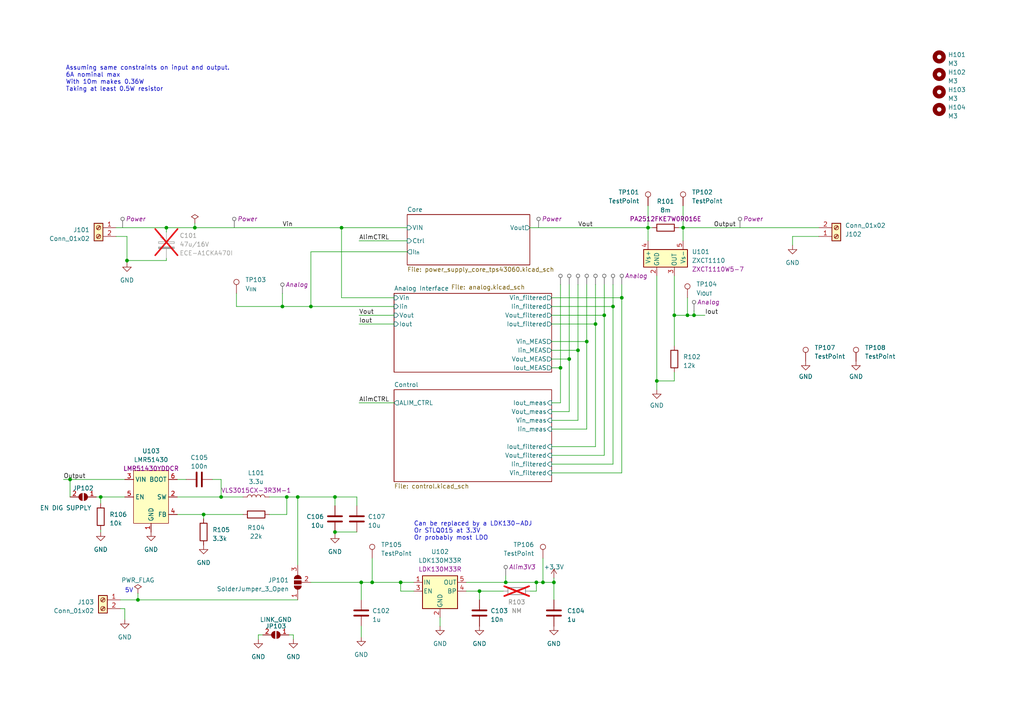
<source format=kicad_sch>
(kicad_sch (version 20230221) (generator eeschema)
  (paper "A4")
  (title_block (title "MPPT PSU - Top") (date "2023-04-05") (rev "Rev. 1.0") (company "Julien FAUCHER") (comment 1 "Defis solaires 2023"))
  (lib_symbols
    (symbol "Amplifier_Current:ZXCT1110" (pin_names (offset 0.254))
      (property "Reference" "U" (at 7.62 1.27 0))
      (property "Value" "ZXCT1110" (at 7.62 -1.27 0))
      (symbol "ZXCT1110_0_1"
        (rectangle (start -6.35 2.54) (end 6.35 -2.54) (stroke (width 0.254)) (fill (type background)))
      )
      (symbol "ZXCT1110_1_1"
        (pin no_connect line (at 0 2.54 270) (length 2.54) hide (name "NC") (number "1"))
        (pin power_in line (at -2.54 -5.08 90) (length 2.54) (name "GND") (number "2"))
        (pin output line (at 2.54 -5.08 90) (length 2.54) (name "OUT") (number "3"))
        (pin input line (at -5.08 5.08 270) (length 2.54) (name "Vs+") (number "4"))
        (pin input line (at 5.08 5.08 270) (length 2.54) (name "Vs-") (number "5"))
      )
    )
    (symbol "Connector:Screw_Terminal_01x02" (pin_names (offset 1.016) hide)
      (property "Reference" "J" (at 0 2.54 0))
      (property "Value" "Screw_Terminal_01x02" (at 0 -5.08 0))
      (symbol "Screw_Terminal_01x02_1_1"
        (rectangle (start -1.27 1.27) (end 1.27 -3.81) (stroke (width 0.254)) (fill (type background)))
        (circle (center 0 -2.54) (radius 0.635) (stroke (width 0.1524)))
        (polyline (pts (xy -0.5334 -2.2098) (xy 0.3302 -3.048)) (stroke (width 0.1524)))
        (polyline (pts (xy -0.5334 0.3302) (xy 0.3302 -0.508)) (stroke (width 0.1524)))
        (polyline (pts (xy -0.3556 -2.032) (xy 0.508 -2.8702)) (stroke (width 0.1524)))
        (polyline (pts (xy -0.3556 0.508) (xy 0.508 -0.3302)) (stroke (width 0.1524)))
        (circle (center 0 0) (radius 0.635) (stroke (width 0.1524)))
        (pin passive line (at -5.08 0 0) (length 3.81) (name "Pin_1") (number "1"))
        (pin passive line (at -5.08 -2.54 0) (length 3.81) (name "Pin_2") (number "2"))
      )
    )
    (symbol "Connector:TestPoint" (pin_numbers hide) (pin_names (offset 0.762) hide)
      (property "Reference" "TP" (at 0 6.858 0))
      (property "Value" "TestPoint" (at 0 5.08 0))
      (symbol "TestPoint_0_1"
        (circle (center 0 3.302) (radius 0.762))
      )
      (symbol "TestPoint_1_1"
        (pin passive line (at 0 0 90) (length 2.54) (name "1") (number "1"))
      )
    )
    (symbol "Device:C" (pin_numbers hide) (pin_names (offset 0.254))
      (property "Reference" "C" (at 0.635 2.54 0))
      (property "Value" "C" (at 0.635 -2.54 0))
      (symbol "C_0_1"
        (polyline (pts (xy -2.032 -0.762) (xy 2.032 -0.762)) (stroke (width 0.508)))
        (polyline (pts (xy -2.032 0.762) (xy 2.032 0.762)) (stroke (width 0.508)))
      )
      (symbol "C_1_1"
        (pin passive line (at 0 3.81 270) (length 2.794) (name "~") (number "1"))
        (pin passive line (at 0 -3.81 90) (length 2.794) (name "~") (number "2"))
      )
    )
    (symbol "Device:C_Polarized" (pin_numbers hide) (pin_names (offset 0.254))
      (property "Reference" "C" (at 0.635 2.54 0))
      (property "Value" "C_Polarized" (at 0.635 -2.54 0))
      (symbol "C_Polarized_0_1"
        (rectangle (start -2.286 0.508) (end 2.286 1.016))
        (polyline (pts (xy -1.778 2.286) (xy -0.762 2.286)))
        (polyline (pts (xy -1.27 2.794) (xy -1.27 1.778)))
        (rectangle (start 2.286 -0.508) (end -2.286 -1.016) (fill (type outline)))
      )
      (symbol "C_Polarized_1_1"
        (pin passive line (at 0 3.81 270) (length 2.794) (name "~") (number "1"))
        (pin passive line (at 0 -3.81 90) (length 2.794) (name "~") (number "2"))
      )
    )
    (symbol "Device:L" (pin_numbers hide) (pin_names (offset 1.016) hide)
      (property "Reference" "L" (at -1.27 0 90))
      (property "Value" "L" (at 1.905 0 90))
      (symbol "L_0_1"
        (arc (start 0 -2.54) (mid 0.6323 -1.905) (end 0 -1.27))
        (arc (start 0 -1.27) (mid 0.6323 -0.635) (end 0 0))
        (arc (start 0 0) (mid 0.6323 0.635) (end 0 1.27))
        (arc (start 0 1.27) (mid 0.6323 1.905) (end 0 2.54))
      )
      (symbol "L_1_1"
        (pin passive line (at 0 3.81 270) (length 1.27) (name "1") (number "1"))
        (pin passive line (at 0 -3.81 90) (length 1.27) (name "2") (number "2"))
      )
    )
    (symbol "Device:R" (pin_numbers hide) (pin_names (offset 0))
      (property "Reference" "R" (at 2.032 0 90))
      (property "Value" "R" (at 0 0 90))
      (symbol "R_0_1"
        (rectangle (start -1.016 -2.54) (end 1.016 2.54) (stroke (width 0.254)))
      )
      (symbol "R_1_1"
        (pin passive line (at 0 3.81 270) (length 1.27) (name "~") (number "1"))
        (pin passive line (at 0 -3.81 90) (length 1.27) (name "~") (number "2"))
      )
    )
    (symbol "GND_1" (power) (pin_names (offset 0))
      (property "Value" "GND_1" (at 0 -3.81 0))
      (symbol "GND_1_0_1"
        (polyline (pts (xy 0 0) (xy 0 -1.27) (xy 1.27 -1.27) (xy 0 -2.54) (xy -1.27 -1.27) (xy 0 -1.27)))
      )
      (symbol "GND_1_1_1"
        (pin power_in line (at 0 0 270) (length 0) hide (name "GND") (number "1"))
      )
    )
    (symbol "GND_2" (power) (pin_names (offset 0))
      (property "Value" "GND" (at 0 -3.81 0))
      (symbol "GND_2_0_1"
        (polyline (pts (xy 0 0) (xy 0 -1.27) (xy 1.27 -1.27) (xy 0 -2.54) (xy -1.27 -1.27) (xy 0 -1.27)))
      )
      (symbol "GND_2_1_1"
        (pin power_in line (at 0 0 270) (length 0) hide (name "GND") (number "1"))
      )
    )
    (symbol "GND_3" (power) (pin_names (offset 0))
      (property "Value" "GND" (at 0 -3.81 0))
      (symbol "GND_3_0_1"
        (polyline (pts (xy 0 0) (xy 0 -1.27) (xy 1.27 -1.27) (xy 0 -2.54) (xy -1.27 -1.27) (xy 0 -1.27)))
      )
      (symbol "GND_3_1_1"
        (pin power_in line (at 0 0 270) (length 0) hide (name "GND") (number "1"))
      )
    )
    (symbol "Jumper:SolderJumper_2_Open" (pin_names (offset 0) hide)
      (property "Reference" "JP" (at 0 2.032 0))
      (property "Value" "SolderJumper_2_Open" (at 0 -2.54 0))
      (symbol "SolderJumper_2_Open_0_1"
        (arc (start -0.254 1.016) (mid -1.2656 0) (end -0.254 -1.016))
        (arc (start -0.254 1.016) (mid -1.2656 0) (end -0.254 -1.016) (fill (type outline)))
        (polyline (pts (xy -0.254 1.016) (xy -0.254 -1.016)))
        (polyline (pts (xy 0.254 1.016) (xy 0.254 -1.016)))
        (arc (start 0.254 -1.016) (mid 1.2656 0) (end 0.254 1.016))
        (arc (start 0.254 -1.016) (mid 1.2656 0) (end 0.254 1.016) (fill (type outline)))
      )
      (symbol "SolderJumper_2_Open_1_1"
        (pin passive line (at -3.81 0 0) (length 2.54) (name "A") (number "1"))
        (pin passive line (at 3.81 0 180) (length 2.54) (name "B") (number "2"))
      )
    )
    (symbol "Jumper:SolderJumper_3_Open" (pin_names (offset 0) hide)
      (property "Reference" "JP" (at -2.54 -2.54 0))
      (property "Value" "SolderJumper_3_Open" (at 0 2.794 0))
      (symbol "SolderJumper_3_Open_0_1"
        (arc (start -1.016 1.016) (mid -2.0276 0) (end -1.016 -1.016))
        (arc (start -1.016 1.016) (mid -2.0276 0) (end -1.016 -1.016) (fill (type outline)))
        (rectangle (start -0.508 1.016) (end 0.508 -1.016) (fill (type outline)))
        (polyline (pts (xy -2.54 0) (xy -2.032 0)))
        (polyline (pts (xy -1.016 1.016) (xy -1.016 -1.016)))
        (polyline (pts (xy 0 -1.27) (xy 0 -1.016)))
        (polyline (pts (xy 1.016 1.016) (xy 1.016 -1.016)))
        (polyline (pts (xy 2.54 0) (xy 2.032 0)))
        (arc (start 1.016 -1.016) (mid 2.0276 0) (end 1.016 1.016))
        (arc (start 1.016 -1.016) (mid 2.0276 0) (end 1.016 1.016) (fill (type outline)))
      )
      (symbol "SolderJumper_3_Open_1_1"
        (pin passive line (at -5.08 0 0) (length 2.54) (name "A") (number "1"))
        (pin passive line (at 0 -3.81 90) (length 2.54) (name "C") (number "2"))
        (pin passive line (at 5.08 0 180) (length 2.54) (name "B") (number "3"))
      )
    )
    (symbol "Mechanical:MountingHole" (pin_names (offset 1.016))
      (property "Reference" "H" (at 0 5.08 0))
      (property "Value" "MountingHole" (at 0 3.175 0))
      (symbol "MountingHole_0_1"
        (circle (center 0 0) (radius 1.27) (stroke (width 1.27)))
      )
    )
    (symbol "Regulator_Linear:LDK130-33_SOT23_SOT353" (pin_names (offset 0.254))
      (property "Reference" "U" (at -3.81 5.715 0))
      (property "Value" "LDK130-33_SOT23_SOT353" (at 0 5.715 0))
      (symbol "LDK130-33_SOT23_SOT353_0_1"
        (rectangle (start -5.08 4.445) (end 5.08 -5.08) (stroke (width 0.254)) (fill (type background)))
      )
      (symbol "LDK130-33_SOT23_SOT353_1_1"
        (pin power_in line (at -7.62 2.54 0) (length 2.54) (name "IN") (number "1"))
        (pin power_in line (at 0 -7.62 90) (length 2.54) (name "GND") (number "2"))
        (pin input line (at -7.62 0 0) (length 2.54) (name "EN") (number "3"))
        (pin passive line (at 7.62 0 180) (length 2.54) (name "BP") (number "4"))
        (pin power_out line (at 7.62 2.54 180) (length 2.54) (name "OUT") (number "5"))
      )
    )
    (symbol "power:+3.3V" (power) (pin_names (offset 0))
      (property "Value" "+3.3V" (at 0 3.556 0))
      (symbol "+3.3V_0_1"
        (polyline (pts (xy -0.762 1.27) (xy 0 2.54)))
        (polyline (pts (xy 0 0) (xy 0 2.54)))
        (polyline (pts (xy 0 2.54) (xy 0.762 1.27)))
      )
      (symbol "+3.3V_1_1"
        (pin power_in line (at 0 0 90) (length 0) hide (name "+3.3V") (number "1"))
      )
    )
    (symbol "power:GND" (power) (pin_names (offset 0))
      (property "Value" "GND" (at 0 -3.81 0))
      (symbol "GND_0_1"
        (polyline (pts (xy 0 0) (xy 0 -1.27) (xy 1.27 -1.27) (xy 0 -2.54) (xy -1.27 -1.27) (xy 0 -1.27)))
      )
      (symbol "GND_1_1"
        (pin power_in line (at 0 0 270) (length 0) hide (name "GND") (number "1"))
      )
    )
    (symbol "power:PWR_FLAG" (power) (pin_numbers hide) (pin_names (offset 0) hide)
      (property "Value" "PWR_FLAG" (at 0 3.81 0))
      (symbol "PWR_FLAG_0_0"
        (pin power_out line (at 0 0 90) (length 0) (name "pwr") (number "1"))
      )
      (symbol "PWR_FLAG_0_1"
        (polyline (pts (xy 0 0) (xy 0 1.27) (xy -1.016 1.905) (xy 0 2.54) (xy 1.016 1.905) (xy 0 1.27)))
      )
    )
    (symbol "power_supply:LMR51430"
      (property "Reference" "U" (at 0 0 0))
      (property "Value" "LMR51430" (at 0 8.89 0))
      (symbol "LMR51430_1_1"
        (rectangle (start -5.08 7.62) (end 5.08 -7.62) (fill (type background)))
        (pin power_in line (at 0 -10.16 90) (length 2.54) (name "GND") (number "1"))
        (pin power_out line (at 7.62 0 180) (length 2.54) (name "SW") (number "2"))
        (pin power_in line (at -7.62 5.08 0) (length 2.54) (name "VIN") (number "3"))
        (pin input line (at 7.62 -5.08 180) (length 2.54) (name "FB") (number "4"))
        (pin input line (at -7.62 0 0) (length 2.54) (name "EN") (number "5"))
        (pin passive line (at 7.62 5.08 180) (length 2.54) (name "BOOT") (number "6"))
      )
    )
  )
  (junction (at 190.5 110.49))
  (junction (at 167.64 101.6))
  (junction (at 29.21 144.145))
  (junction (at 40.005 173.99))
  (junction (at 97.155 144.145))
  (junction (at 146.685 168.91))
  (junction (at 104.775 168.91))
  (junction (at 155.575 168.91))
  (junction (at 99.06 66.04))
  (junction (at 56.515 66.04))
  (junction (at 160.655 168.91))
  (junction (at 83.185 144.145))
  (junction (at 36.83 75.565))
  (junction (at 97.155 154.305))
  (junction (at 162.56 106.68))
  (junction (at 81.915 88.9))
  (junction (at 116.205 168.91))
  (junction (at 199.39 91.44))
  (junction (at 139.065 171.45))
  (junction (at 48.26 66.04))
  (junction (at 170.18 99.06))
  (junction (at 201.295 91.44))
  (junction (at 64.135 144.145))
  (junction (at 86.36 144.145))
  (junction (at 177.8 88.9))
  (junction (at 195.58 91.44))
  (junction (at 180.34 86.36))
  (junction (at 20.32 139.065))
  (junction (at 198.12 66.04))
  (junction (at 175.26 91.44))
  (junction (at 157.48 168.91))
  (junction (at 187.96 66.04))
  (junction (at 90.17 88.9))
  (junction (at 165.1 104.14))
  (junction (at 59.055 149.225))
  (junction (at 107.95 168.91))
  (junction (at 172.72 93.98))
  (wire (pts (xy 172.72 129.54) (xy 160.02 129.54)))
  (wire (pts (xy 155.575 168.91) (xy 155.575 171.45)))
  (wire (pts (xy 104.14 91.44) (xy 114.3 91.44)))
  (wire (pts (xy 160.02 116.84) (xy 162.56 116.84)))
  (wire (pts (xy 86.36 163.83) (xy 86.36 144.145)))
  (wire (pts (xy 201.295 91.44) (xy 204.47 91.44)))
  (wire (pts (xy 51.435 144.145) (xy 64.135 144.145)))
  (wire (pts (xy 56.515 64.77) (xy 56.515 66.04)))
  (wire (pts (xy 64.135 144.145) (xy 70.485 144.145)))
  (wire (pts (xy 190.5 80.01) (xy 190.5 110.49)))
  (wire (pts (xy 36.83 75.565) (xy 36.83 76.2)))
  (wire (pts (xy 201.295 90.17) (xy 201.295 91.44)))
  (wire (pts (xy 120.015 171.45) (xy 116.205 171.45)))
  (wire (pts (xy 90.17 88.9) (xy 114.3 88.9)))
  (wire (pts (xy 198.12 66.04) (xy 198.12 69.85)))
  (wire (pts (xy 107.95 161.925) (xy 107.95 168.91)))
  (wire (pts (xy 34.925 173.99) (xy 40.005 173.99)))
  (wire (pts (xy 85.09 185.42) (xy 85.09 184.15)))
  (wire (pts (xy 118.11 73.025) (xy 90.17 73.025)))
  (wire (pts (xy 187.96 66.04) (xy 187.96 69.85)))
  (wire (pts (xy 78.105 144.145) (xy 83.185 144.145)))
  (wire (pts (xy 187.96 66.04) (xy 189.23 66.04)))
  (wire (pts (xy 104.775 168.91) (xy 107.95 168.91)))
  (wire (pts (xy 104.14 93.98) (xy 114.3 93.98)))
  (wire (pts (xy 177.8 134.62) (xy 160.02 134.62)))
  (wire (pts (xy 61.595 139.065) (xy 64.135 139.065)))
  (wire (pts (xy 99.06 66.04) (xy 118.11 66.04)))
  (wire (pts (xy 195.58 91.44) (xy 199.39 91.44)))
  (wire (pts (xy 170.18 124.46) (xy 170.18 99.06)))
  (wire (pts (xy 97.155 154.94) (xy 97.155 154.305)))
  (wire (pts (xy 160.02 124.46) (xy 170.18 124.46)))
  (wire (pts (xy 139.065 171.45) (xy 146.05 171.45)))
  (wire (pts (xy 99.06 66.04) (xy 99.06 86.36)))
  (wire (pts (xy 20.32 139.065) (xy 36.195 139.065)))
  (wire (pts (xy 135.255 168.91) (xy 146.685 168.91)))
  (wire (pts (xy 180.34 137.16) (xy 160.02 137.16)))
  (wire (pts (xy 51.435 139.065) (xy 53.975 139.065)))
  (wire (pts (xy 198.12 66.04) (xy 237.49 66.04)))
  (wire (pts (xy 198.12 59.69) (xy 198.12 66.04)))
  (wire (pts (xy 116.205 171.45) (xy 116.205 168.91)))
  (wire (pts (xy 190.5 110.49) (xy 190.5 113.03)))
  (wire (pts (xy 146.685 168.91) (xy 155.575 168.91)))
  (wire (pts (xy 160.655 168.91) (xy 160.655 173.99)))
  (wire (pts (xy 20.32 139.065) (xy 20.32 144.145)))
  (wire (pts (xy 160.02 88.9) (xy 177.8 88.9)))
  (wire (pts (xy 175.26 82.55) (xy 175.26 91.44)))
  (wire (pts (xy 29.21 146.05) (xy 29.21 144.145)))
  (wire (pts (xy 162.56 116.84) (xy 162.56 106.68)))
  (wire (pts (xy 74.93 185.42) (xy 74.93 184.15)))
  (wire (pts (xy 90.17 73.025) (xy 90.17 88.9)))
  (wire (pts (xy 127.635 179.07) (xy 127.635 181.61)))
  (wire (pts (xy 195.58 110.49) (xy 190.5 110.49)))
  (wire (pts (xy 68.58 88.9) (xy 81.915 88.9)))
  (wire (pts (xy 175.26 132.08) (xy 160.02 132.08)))
  (wire (pts (xy 160.02 86.36) (xy 180.34 86.36)))
  (wire (pts (xy 139.065 171.45) (xy 139.065 173.99)))
  (wire (pts (xy 187.96 59.69) (xy 187.96 66.04)))
  (wire (pts (xy 162.56 82.55) (xy 162.56 106.68)))
  (wire (pts (xy 195.58 107.95) (xy 195.58 110.49)))
  (wire (pts (xy 83.185 149.225) (xy 83.185 144.145)))
  (wire (pts (xy 167.64 82.55) (xy 167.64 101.6)))
  (wire (pts (xy 85.09 184.15) (xy 83.82 184.15)))
  (wire (pts (xy 167.64 101.6) (xy 160.02 101.6)))
  (wire (pts (xy 18.415 139.065) (xy 20.32 139.065)))
  (wire (pts (xy 180.34 86.36) (xy 180.34 137.16)))
  (wire (pts (xy 180.34 82.55) (xy 180.34 86.36)))
  (wire (pts (xy 48.26 74.93) (xy 48.26 75.565)))
  (wire (pts (xy 157.48 161.925) (xy 157.48 168.91)))
  (wire (pts (xy 195.58 91.44) (xy 195.58 100.33)))
  (wire (pts (xy 90.17 168.91) (xy 104.775 168.91)))
  (wire (pts (xy 175.26 91.44) (xy 175.26 132.08)))
  (wire (pts (xy 199.39 91.44) (xy 201.295 91.44)))
  (wire (pts (xy 135.255 171.45) (xy 139.065 171.45)))
  (wire (pts (xy 199.39 86.36) (xy 199.39 91.44)))
  (wire (pts (xy 36.83 68.58) (xy 36.83 75.565)))
  (wire (pts (xy 81.915 85.09) (xy 81.915 88.9)))
  (wire (pts (xy 59.055 149.225) (xy 70.485 149.225)))
  (wire (pts (xy 36.83 75.565) (xy 48.26 75.565)))
  (wire (pts (xy 104.775 181.61) (xy 104.775 184.785)))
  (wire (pts (xy 97.155 146.685) (xy 97.155 144.145)))
  (wire (pts (xy 153.67 171.45) (xy 155.575 171.45)))
  (wire (pts (xy 48.26 66.04) (xy 56.515 66.04)))
  (wire (pts (xy 51.435 149.225) (xy 59.055 149.225)))
  (wire (pts (xy 172.72 82.55) (xy 172.72 93.98)))
  (wire (pts (xy 81.915 88.9) (xy 90.17 88.9)))
  (wire (pts (xy 177.8 88.9) (xy 177.8 134.62)))
  (wire (pts (xy 165.1 104.14) (xy 160.02 104.14)))
  (wire (pts (xy 160.02 91.44) (xy 175.26 91.44)))
  (wire (pts (xy 116.205 168.91) (xy 120.015 168.91)))
  (wire (pts (xy 160.655 167.64) (xy 160.655 168.91)))
  (wire (pts (xy 56.515 66.04) (xy 99.06 66.04)))
  (wire (pts (xy 40.005 173.99) (xy 86.36 173.99)))
  (wire (pts (xy 29.21 144.145) (xy 36.195 144.145)))
  (wire (pts (xy 155.575 168.91) (xy 157.48 168.91)))
  (wire (pts (xy 48.26 66.04) (xy 48.26 67.31)))
  (wire (pts (xy 146.685 167.005) (xy 146.685 168.91)))
  (wire (pts (xy 196.85 66.04) (xy 198.12 66.04)))
  (wire (pts (xy 104.14 116.84) (xy 114.3 116.84)))
  (wire (pts (xy 40.005 172.085) (xy 40.005 173.99)))
  (wire (pts (xy 195.58 80.01) (xy 195.58 91.44)))
  (wire (pts (xy 97.155 154.305) (xy 103.505 154.305)))
  (wire (pts (xy 160.02 106.68) (xy 162.56 106.68)))
  (wire (pts (xy 167.64 121.92) (xy 167.64 101.6)))
  (wire (pts (xy 83.185 144.145) (xy 86.36 144.145)))
  (wire (pts (xy 27.94 144.145) (xy 29.21 144.145)))
  (wire (pts (xy 170.18 82.55) (xy 170.18 99.06)))
  (wire (pts (xy 99.06 86.36) (xy 114.3 86.36)))
  (wire (pts (xy 104.14 69.85) (xy 118.11 69.85)))
  (wire (pts (xy 33.655 68.58) (xy 36.83 68.58)))
  (wire (pts (xy 104.775 168.91) (xy 104.775 173.99)))
  (wire (pts (xy 172.72 93.98) (xy 172.72 129.54)))
  (wire (pts (xy 165.1 119.38) (xy 165.1 104.14)))
  (wire (pts (xy 74.93 184.15) (xy 76.2 184.15)))
  (wire (pts (xy 64.135 139.065) (xy 64.135 144.145)))
  (wire (pts (xy 103.505 144.145) (xy 97.155 144.145)))
  (wire (pts (xy 160.02 119.38) (xy 165.1 119.38)))
  (wire (pts (xy 229.87 68.58) (xy 237.49 68.58)))
  (wire (pts (xy 36.195 176.53) (xy 34.925 176.53)))
  (wire (pts (xy 107.95 168.91) (xy 116.205 168.91)))
  (wire (pts (xy 160.02 93.98) (xy 172.72 93.98)))
  (wire (pts (xy 229.87 68.58) (xy 229.87 71.12)))
  (wire (pts (xy 170.18 99.06) (xy 160.02 99.06)))
  (wire (pts (xy 103.505 146.685) (xy 103.505 144.145)))
  (wire (pts (xy 78.105 149.225) (xy 83.185 149.225)))
  (wire (pts (xy 68.58 85.09) (xy 68.58 88.9)))
  (wire (pts (xy 153.67 66.04) (xy 187.96 66.04)))
  (wire (pts (xy 36.195 179.705) (xy 36.195 176.53)))
  (wire (pts (xy 29.21 153.67) (xy 29.21 154.305)))
  (wire (pts (xy 165.1 82.55) (xy 165.1 104.14)))
  (wire (pts (xy 33.655 66.04) (xy 48.26 66.04)))
  (wire (pts (xy 59.055 149.225) (xy 59.055 150.495)))
  (wire (pts (xy 177.8 82.55) (xy 177.8 88.9)))
  (wire (pts (xy 86.36 144.145) (xy 97.155 144.145)))
  (wire (pts (xy 160.02 121.92) (xy 167.64 121.92)))
  (wire (pts (xy 157.48 168.91) (xy 160.655 168.91)))
  (text "Assuming same constraints on input and output.\n6A nominal max\nWith 10m makes 0.36W \nTaking at least 0.5W resistor" (at 19.05 26.67 0) (effects (font (size 1.27 1.27)) (justify left bottom)))
  (text "5V" (at 36.195 172.085 0) (effects (font (size 1.27 1.27)) (justify left bottom)))
  (text "Can be replaced by a LDK130-ADJ\nOr STLQ015 at 3.3V\nOr probably most LDO" (at 120.015 156.845 0) (effects (font (size 1.27 1.27)) (justify left bottom)))
  (label "AlimCTRL" (at 104.14 116.84 0))
  (label "Output" (at 18.415 139.065 0))
  (label "Vout" (at 167.64 66.04 0))
  (label "Vin" (at 81.915 66.04 0))
  (label "AlimCTRL" (at 104.14 69.85 0))
  (label "Iout" (at 204.47 91.44 0))
  (label "Vout" (at 104.14 91.44 0))
  (label "Iout" (at 104.14 93.98 0))
  (label "Output" (at 207.01 66.04 0))
  (netclass_flag "" (length 2.54) (shape round) (at 81.915 85.09 0) (property "Netclass" "Analog" (at 82.804 82.55 0) (effects (font italic) (justify left))))
  (netclass_flag "" (length 2.54) (shape round) (at 175.26 82.55 0) (property "Netclass" "Analog" (effects hide)))
  (netclass_flag "" (length 2.54) (shape round) (at 167.64 82.55 0) (property "Netclass" "Analog" (effects hide)))
  (netclass_flag "" (length 2.54) (shape round) (at 170.18 82.55 0) (property "Netclass" "Analog" (effects hide)))
  (netclass_flag "" (length 2.54) (shape round) (at 180.34 82.55 0) (property "Netclass" "Analog" (at 181.229 80.01 0) (effects (font italic) (justify left))))
  (netclass_flag "" (length 2.54) (shape round) (at 162.56 82.55 0) (property "Netclass" "Analog" (effects hide)))
  (netclass_flag "" (length 2.54) (shape round) (at 172.72 82.55 0) (property "Netclass" "Analog" (effects hide)))
  (netclass_flag "" (length 2.54) (shape round) (at 165.1 82.55 0) (property "Netclass" "Analog" (effects hide)))
  (netclass_flag "" (length 2.54) (shape round) (at 67.945 66.04 0) (property "Netclass" "Power" (at 68.834 63.5 0) (effects (font italic) (justify left))))
  (netclass_flag "" (length 2.54) (shape round) (at 35.56 66.04 0) (property "Netclass" "Power" (at 36.449 63.5 0) (effects (font italic) (justify left))))
  (netclass_flag "" (length 2.54) (shape round) (at 214.63 66.04 0) (property "Netclass" "Power" (at 215.519 63.5 0) (effects (font italic) (justify left))))
  (netclass_flag "" (length 2.54) (shape round) (at 177.8 82.55 0) (property "Netclass" "Analog" (effects hide)))
  (netclass_flag "" (length 2.54) (shape round) (at 201.295 90.17 0) (property "Netclass" "Analog" (at 202.184 87.63 0) (effects (font italic) (justify left))))
  (netclass_flag "" (length 2.54) (shape round) (at 146.685 167.005 0) (property "Netclass" "Alim3V3" (at 147.574 164.465 0) (effects (font italic) (justify left))))
  (netclass_flag "" (length 2.54) (shape round) (at 156.21 66.04 0) (property "Netclass" "Power" (at 157.099 63.5 0) (effects (font italic) (justify left))))
  (symbol (lib_name "GND_3") (lib_id "power:GND") (at 59.055 158.115 0) (unit 1)
    (property "Reference" "#PWR0111" (effects hide))
    (property "Value" "GND" (at 59.055 163.195 0))
  )
  (symbol (lib_id "Connector:Screw_Terminal_01x02") (at 29.845 173.99 0) (mirror y) (unit 1)
    (property "Reference" "J103" (at 27.305 174.625 0) (effects (justify left)))
    (property "Value" "Conn_01x02" (at 27.305 177.165 0) (effects (justify left)))
    (property "Footprint" "TerminalBlock_WAGO:TerminalBlock_WAGO_236-402_1x02_P5.00mm_45Degree" (effects hide))
  )
  (symbol (lib_id "Device:R") (at 29.21 149.86 180) (unit 1)
    (property "Reference" "R106" (at 31.75 149.225 0) (effects (justify right)))
    (property "Value" "10k" (at 31.75 151.765 0) (effects (justify right)))
    (property "Footprint" "Resistor_SMD:R_0805_2012Metric" (effects hide))
  )
  (symbol (lib_id "power:PWR_FLAG") (at 56.515 64.77 0) (unit 1)
    (property "Reference" "#FLG0101" (effects hide))
    (property "Value" "PWR_FLAG" (effects hide))
  )
  (symbol (lib_id "Regulator_Linear:LDK130-33_SOT23_SOT353") (at 127.635 171.45 0) (unit 1)
    (property "Reference" "U102" (at 127.635 160.02 0))
    (property "Value" "LDK130M33R" (at 127.635 162.56 0))
    (property "Footprint" "Package_TO_SOT_SMD:SOT-23-5" (effects hide))
    (property "Datasheet" "http://www.st.com/content/ccc/resource/technical/document/datasheet/29/10/f7/87/2f/66/47/f4/DM00076097.pdf/files/DM00076097.pdf/jcr:content/translations/en.DM00076097.pdf" (effects hide))
    (property "MPN" "LDK130M33R" (at 127.635 165.1 0))
  )
  (symbol (lib_id "Connector:TestPoint") (at 68.58 85.09 0) (unit 1) (in_bom no)
    (property "Reference" "TP103" (at 71.12 81.153 0) (effects (justify left)))
    (property "Value" "V_{IIN}" (at 71.12 83.693 0) (effects (justify left)))
    (property "Footprint" "TestPoint:TestPoint_Keystone_5010-5014_Multipurpose" (effects hide))
  )
  (symbol (lib_id "Connector:Screw_Terminal_01x02") (at 242.57 68.58 0) (mirror x) (unit 1)
    (property "Reference" "J102" (at 245.11 67.945 0) (effects (justify left)))
    (property "Value" "Conn_01x02" (at 245.11 65.405 0) (effects (justify left)))
    (property "Footprint" "TerminalBlock_WAGO:TerminalBlock_WAGO_236-402_1x02_P5.00mm_45Degree" (effects hide))
  )
  (symbol (lib_id "Connector:TestPoint") (at 233.68 104.775 0) (unit 1) (in_bom no)
    (property "Reference" "TP107" (at 236.22 100.838 0) (effects (justify left)))
    (property "Value" "TestPoint" (at 236.22 103.378 0) (effects (justify left)))
    (property "Footprint" "TestPoint:TestPoint_Keystone_5010-5014_Multipurpose" (effects hide))
  )
  (symbol (lib_id "Jumper:SolderJumper_3_Open") (at 86.36 168.91 90) (unit 1) (in_bom no)
    (property "Reference" "JP101" (at 83.82 168.275 90) (effects (justify left)))
    (property "Value" "SolderJumper_3_Open" (at 83.82 170.815 90) (effects (justify left)))
    (property "Footprint" "Jumper:SolderJumper-3_P2.0mm_Open_TrianglePad1.0x1.5mm" (effects hide))
  )
  (symbol (lib_name "GND_1") (lib_id "power:GND") (at 85.09 185.42 0) (unit 1)
    (property "Reference" "#PWR0115" (effects hide))
    (property "Value" "GND" (at 85.09 190.5 0))
  )
  (symbol (lib_id "Device:R") (at 195.58 104.14 0) (unit 1)
    (property "Reference" "R102" (at 198.12 103.505 0) (effects (justify left)))
    (property "Value" "12k" (at 198.12 106.045 0) (effects (justify left)))
    (property "Footprint" "Resistor_SMD:R_0805_2012Metric" (effects hide))
  )
  (symbol (lib_name "GND_2") (lib_id "power:GND") (at 248.285 104.775 0) (unit 1)
    (property "Reference" "#PWR0117" (effects hide))
    (property "Value" "GND" (at 248.285 109.22 0))
  )
  (symbol (lib_id "power:GND") (at 229.87 71.12 0) (unit 1)
    (property "Reference" "#PWR0101" (effects hide))
    (property "Value" "GND" (at 229.87 76.2 0))
  )
  (symbol (lib_id "Connector:TestPoint") (at 157.48 161.925 0) (unit 1) (in_bom no)
    (property "Reference" "TP106" (at 154.94 157.988 0) (effects (justify right)))
    (property "Value" "TestPoint" (at 154.94 160.528 0) (effects (justify right)))
    (property "Footprint" "TestPoint:TestPoint_Keystone_5010-5014_Multipurpose" (effects hide))
  )
  (symbol (lib_id "Jumper:SolderJumper_2_Open") (at 80.01 184.15 180) (unit 1) (in_bom no)
    (property "Reference" "JP103" (at 80.01 181.61 0))
    (property "Value" "LINK_GND" (at 80.01 179.705 0))
    (property "Footprint" "Jumper:SolderJumper-2_P1.3mm_Open_TrianglePad1.0x1.5mm" (effects hide))
  )
  (symbol (lib_id "power:GND") (at 36.83 76.2 0) (unit 1)
    (property "Reference" "#PWR0102" (effects hide))
    (property "Value" "GND" (at 36.83 81.28 0))
  )
  (symbol (lib_id "Device:C_Polarized") (at 48.26 71.12 0) (unit 1) (in_bom no) (dnp yes)
    (property "Reference" "C101" (at 52.07 68.326 0) (effects (justify left)))
    (property "Value" "47u/16V" (at 52.07 70.866 0) (effects (justify left)))
    (property "Footprint" "Capacitor_THT:CP_Radial_D5.0mm_P2.50mm" (effects hide))
    (property "MPN" "ECE-A1CKA470I" (at 52.07 73.406 0) (effects (justify left)))
    (property "Sim.Enable" "0" (effects hide))
  )
  (symbol (lib_id "Connector:TestPoint") (at 107.95 161.925 0) (unit 1) (in_bom no)
    (property "Reference" "TP105" (at 110.49 157.988 0) (effects (justify left)))
    (property "Value" "TestPoint" (at 110.49 160.528 0) (effects (justify left)))
    (property "Footprint" "TestPoint:TestPoint_Keystone_5010-5014_Multipurpose" (effects hide))
  )
  (symbol (lib_id "Amplifier_Current:ZXCT1110") (at 193.04 74.93 0) (unit 1)
    (property "Reference" "U101" (at 200.66 73.025 0) (effects (justify left)))
    (property "Value" "ZXCT1110" (at 200.66 75.565 0) (effects (justify left)))
    (property "Footprint" "Package_TO_SOT_SMD:SOT-23-5" (effects hide))
    (property "Datasheet" "https://www.diodes.com/assets/Datasheets/ZXCT1107_10.pdf" (effects hide))
    (property "MPN" "ZXCT1110W5-7" (at 200.66 78.105 0) (effects (justify left)))
  )
  (symbol (lib_id "Device:C") (at 103.505 150.495 0) (unit 1)
    (property "Reference" "C107" (at 106.68 149.86 0) (effects (justify left)))
    (property "Value" "10u" (at 106.68 152.4 0) (effects (justify left)))
    (property "Footprint" "Capacitor_SMD:C_0805_2012Metric" (effects hide))
  )
  (symbol (lib_name "GND_1") (lib_id "power:GND") (at 74.93 185.42 0) (unit 1)
    (property "Reference" "#PWR0116" (effects hide))
    (property "Value" "GND" (at 74.93 190.5 0))
  )
  (symbol (lib_id "Connector:TestPoint") (at 199.39 86.36 0) (unit 1) (in_bom no)
    (property "Reference" "TP104" (at 201.93 82.423 0) (effects (justify left)))
    (property "Value" "V_{IOUT}" (at 201.93 84.963 0) (effects (justify left)))
    (property "Footprint" "TestPoint:TestPoint_Keystone_5010-5014_Multipurpose" (effects hide))
  )
  (symbol (lib_id "Jumper:SolderJumper_2_Open") (at 24.13 144.145 180) (unit 1) (in_bom no)
    (property "Reference" "JP102" (at 24.13 141.605 0))
    (property "Value" "EN DIG SUPPLY" (at 19.05 147.32 0))
    (property "Footprint" "Jumper:SolderJumper-2_P1.3mm_Open_TrianglePad1.0x1.5mm" (effects hide))
  )
  (symbol (lib_id "power:GND") (at 190.5 113.03 0) (unit 1)
    (property "Reference" "#PWR0103" (effects hide))
    (property "Value" "GND" (at 190.5 117.5926 0))
  )
  (symbol (lib_id "Device:R") (at 193.04 66.04 270) (unit 1)
    (property "Reference" "R101" (at 193.04 58.42 90))
    (property "Value" "8m" (at 193.04 60.96 90))
    (property "Footprint" "Resistor_SMD:R_2512_6332Metric" (effects hide))
    (property "MPN" "PA2512FKE7W0R016E" (at 193.04 63.5 90))
  )
  (symbol (lib_id "Mechanical:MountingHole") (at 272.415 31.75 0) (unit 1) (in_bom no)
    (property "Reference" "H104" (at 274.955 31.115 0) (effects (justify left)))
    (property "Value" "M3" (at 274.955 33.655 0) (effects (justify left)))
    (property "Footprint" "MountingHole:MountingHole_3.2mm_M3" (effects hide))
    (property "Sim.Enable" "0" (effects hide))
  )
  (symbol (lib_name "GND_1") (lib_id "power:GND") (at 160.655 181.61 0) (unit 1)
    (property "Reference" "#PWR0109" (effects hide))
    (property "Value" "GND" (at 160.655 186.69 0))
  )
  (symbol (lib_id "Connector:TestPoint") (at 187.96 59.69 0) (unit 1) (in_bom no)
    (property "Reference" "TP101" (at 185.42 55.753 0) (effects (justify right)))
    (property "Value" "TestPoint" (at 185.42 58.293 0) (effects (justify right)))
    (property "Footprint" "TestPoint:TestPoint_Keystone_5010-5014_Multipurpose" (effects hide))
  )
  (symbol (lib_id "power_supply:LMR51430") (at 43.815 144.145 0) (unit 1)
    (property "Reference" "U103" (at 43.815 130.81 0))
    (property "Value" "LMR51430" (at 43.815 133.35 0))
    (property "Footprint" "Package_TO_SOT_SMD:SOT-23-6" (effects hide))
    (property "Datasheet" "https://www.ti.com/lit/ds/symlink/lmr51430.pdf" (effects hide))
    (property "MPN" "LMR51430YDDCR" (at 43.815 135.89 0))
  )
  (symbol (lib_id "Connector:TestPoint") (at 198.12 59.69 0) (unit 1) (in_bom no)
    (property "Reference" "TP102" (at 200.66 55.753 0) (effects (justify left)))
    (property "Value" "TestPoint" (at 200.66 58.293 0) (effects (justify left)))
    (property "Footprint" "TestPoint:TestPoint_Keystone_5010-5014_Multipurpose" (effects hide))
  )
  (symbol (lib_id "Device:L") (at 74.295 144.145 90) (unit 1)
    (property "Reference" "L101" (at 74.295 137.16 90))
    (property "Value" "3.3u" (at 74.295 139.7 90))
    (property "Footprint" "power_supply:VLS3015CX" (effects hide))
    (property "Datasheet" "https://product.tdk.com/system/files/dam/doc/product/inductor/inductor/smd/catalog/inductor_commercial_power_vls3015cx-1_en.pdf" (effects hide))
    (property "MPN" "VLS3015CX-3R3M-1" (at 74.295 142.24 90))
  )
  (symbol (lib_name "GND_1") (lib_id "power:GND") (at 139.065 181.61 0) (unit 1)
    (property "Reference" "#PWR0108" (effects hide))
    (property "Value" "GND" (at 139.065 186.69 0))
  )
  (symbol (lib_name "GND_1") (lib_id "power:GND") (at 104.775 184.785 0) (unit 1)
    (property "Reference" "#PWR0106" (effects hide))
    (property "Value" "GND" (at 104.775 189.865 0))
  )
  (symbol (lib_id "Device:R") (at 59.055 154.305 180) (unit 1)
    (property "Reference" "R105" (at 61.595 153.67 0) (effects (justify right)))
    (property "Value" "3.3k" (at 61.595 156.21 0) (effects (justify right)))
    (property "Footprint" "Resistor_SMD:R_0805_2012Metric" (effects hide))
  )
  (symbol (lib_name "GND_3") (lib_id "power:GND") (at 43.815 154.305 0) (unit 1)
    (property "Reference" "#PWR0112" (effects hide))
    (property "Value" "GND" (at 43.815 159.385 0))
  )
  (symbol (lib_id "power:PWR_FLAG") (at 40.005 172.085 0) (unit 1)
    (property "Reference" "#FLG0102" (effects hide))
    (property "Value" "PWR_FLAG" (at 40.005 168.275 0))
  )
  (symbol (lib_id "Mechanical:MountingHole") (at 272.415 26.67 0) (unit 1) (in_bom no)
    (property "Reference" "H103" (at 274.955 26.035 0) (effects (justify left)))
    (property "Value" "M3" (at 274.955 28.575 0) (effects (justify left)))
    (property "Footprint" "MountingHole:MountingHole_3.2mm_M3" (effects hide))
    (property "Sim.Enable" "0" (effects hide))
  )
  (symbol (lib_name "GND_1") (lib_id "power:GND") (at 97.155 154.94 0) (unit 1)
    (property "Reference" "#PWR0114" (effects hide))
    (property "Value" "GND" (at 97.155 160.02 0))
  )
  (symbol (lib_id "Device:C") (at 57.785 139.065 90) (unit 1)
    (property "Reference" "C105" (at 57.785 132.715 90))
    (property "Value" "100n" (at 57.785 135.255 90))
    (property "Footprint" "Capacitor_SMD:C_0805_2012Metric" (effects hide))
  )
  (symbol (lib_name "GND_1") (lib_id "power:GND") (at 127.635 181.61 0) (unit 1)
    (property "Reference" "#PWR0107" (effects hide))
    (property "Value" "GND" (at 127.635 186.69 0))
  )
  (symbol (lib_id "Device:C") (at 104.775 177.8 0) (unit 1)
    (property "Reference" "C102" (at 107.95 177.165 0) (effects (justify left)))
    (property "Value" "1u" (at 107.95 179.705 0) (effects (justify left)))
    (property "Footprint" "Capacitor_SMD:C_0805_2012Metric" (effects hide))
  )
  (symbol (lib_name "GND_1") (lib_id "power:GND") (at 36.195 179.705 0) (unit 1)
    (property "Reference" "#PWR0105" (effects hide))
    (property "Value" "GND" (at 36.195 184.785 0))
  )
  (symbol (lib_name "GND_3") (lib_id "power:GND") (at 29.21 154.305 0) (unit 1)
    (property "Reference" "#PWR0113" (effects hide))
    (property "Value" "GND" (at 29.21 159.385 0))
  )
  (symbol (lib_id "Device:C") (at 139.065 177.8 0) (unit 1)
    (property "Reference" "C103" (at 142.24 177.165 0) (effects (justify left)))
    (property "Value" "10n" (at 142.24 179.705 0) (effects (justify left)))
    (property "Footprint" "Capacitor_SMD:C_0805_2012Metric" (effects hide))
  )
  (symbol (lib_id "power:+3.3V") (at 160.655 167.64 0) (unit 1)
    (property "Reference" "#PWR0104" (effects hide))
    (property "Value" "+3.3V" (at 160.655 164.465 0))
  )
  (symbol (lib_id "Connector:Screw_Terminal_01x02") (at 28.575 66.04 0) (mirror y) (unit 1)
    (property "Reference" "J101" (at 26.035 66.675 0) (effects (justify left)))
    (property "Value" "Conn_01x02" (at 26.035 69.215 0) (effects (justify left)))
    (property "Footprint" "TerminalBlock_WAGO:TerminalBlock_WAGO_236-402_1x02_P5.00mm_45Degree" (effects hide))
  )
  (symbol (lib_id "Mechanical:MountingHole") (at 272.415 16.51 0) (unit 1) (in_bom no)
    (property "Reference" "H101" (at 274.955 15.875 0) (effects (justify left)))
    (property "Value" "M3" (at 274.955 18.415 0) (effects (justify left)))
    (property "Footprint" "MountingHole:MountingHole_3.2mm_M3" (effects hide))
    (property "Sim.Enable" "0" (effects hide))
  )
  (symbol (lib_name "GND_2") (lib_id "power:GND") (at 233.68 104.775 0) (unit 1)
    (property "Reference" "#PWR0110" (effects hide))
    (property "Value" "GND" (at 233.68 109.22 0))
  )
  (symbol (lib_id "Device:C") (at 160.655 177.8 0) (unit 1)
    (property "Reference" "C104" (at 164.465 177.165 0) (effects (justify left)))
    (property "Value" "1u" (at 164.465 179.705 0) (effects (justify left)))
    (property "Footprint" "Capacitor_SMD:C_0805_2012Metric" (effects hide))
  )
  (symbol (lib_id "Mechanical:MountingHole") (at 272.415 21.59 0) (unit 1) (in_bom no)
    (property "Reference" "H102" (at 274.955 20.955 0) (effects (justify left)))
    (property "Value" "M3" (at 274.955 23.495 0) (effects (justify left)))
    (property "Footprint" "MountingHole:MountingHole_3.2mm_M3" (effects hide))
    (property "Sim.Enable" "0" (effects hide))
  )
  (symbol (lib_id "Device:C") (at 97.155 150.495 0) (unit 1)
    (property "Reference" "C106" (at 93.98 149.86 0) (effects (justify right)))
    (property "Value" "10u" (at 93.98 152.4 0) (effects (justify right)))
    (property "Footprint" "Capacitor_SMD:C_0805_2012Metric" (effects hide))
  )
  (symbol (lib_id "Connector:TestPoint") (at 248.285 104.775 0) (unit 1) (in_bom no)
    (property "Reference" "TP108" (at 250.825 100.838 0) (effects (justify left)))
    (property "Value" "TestPoint" (at 250.825 103.378 0) (effects (justify left)))
    (property "Footprint" "TestPoint:TestPoint_Keystone_5010-5014_Multipurpose" (effects hide))
  )
  (symbol (lib_id "Device:R") (at 74.295 149.225 90) (unit 1)
    (property "Reference" "R104" (at 74.295 153.035 90))
    (property "Value" "22k" (at 74.295 155.575 90))
    (property "Footprint" "Resistor_SMD:R_0805_2012Metric" (effects hide))
  )
  (symbol (lib_id "Device:R") (at 149.86 171.45 90) (unit 1) (in_bom no) (dnp yes)
    (property "Reference" "R103" (at 149.86 174.625 90))
    (property "Value" "NM" (at 149.86 177.165 90))
    (property "Footprint" "Resistor_SMD:R_0805_2012Metric" (effects hide))
    (property "Sim.Enable" "0" (effects hide))
  )
  (sheet (at 114.3 113.03) (size 45.72 26.67) (stroke (width 0.1524))
    (property "Sheetname" "Control" (at 114.3 112.3184 0) (effects (justify left bottom)))
    (property "Sheetfile" "control.kicad_sch" (at 114.3 140.2846 0) (effects (justify left top)))
    (pin "Iout_meas" input (at 160.02 116.84 0))
    (pin "Iin_filtered" input (at 160.02 134.62 0))
    (pin "Vin_filtered" input (at 160.02 137.16 0))
    (pin "ALIM_CTRL" output (at 114.3 116.84 180))
    (pin "Vin_meas" input (at 160.02 121.92 0))
    (pin "Vout_filtered" input (at 160.02 132.08 0))
    (pin "Iout_filtered" input (at 160.02 129.54 0))
    (pin "Vout_meas" input (at 160.02 119.38 0))
    (pin "Iin_meas" input (at 160.02 124.46 0))
  )
  (sheet (at 118.11 62.23) (size 35.56 14.605) (stroke (width 0.1524))
    (property "Sheetname" "Core" (at 118.11 61.5184 0) (effects (justify left bottom)))
    (property "Sheetfile" "power_supply_core_tps43060.kicad_sch" (at 118.11 77.4196 0) (effects (justify left top)))
    (pin "VIN" input (at 118.11 66.04 180))
    (pin "Vout" output (at 153.67 66.04 0))
    (pin "Ctrl" input (at 118.11 69.85 180))
    (pin "I_{in}" output (at 118.11 73.025 180))
  )
  (sheet (at 114.3 85.09) (size 45.72 22.86) (stroke (width 0.1524))
    (property "Sheetname" "Analog Interface" (at 114.3 84.3784 0) (effects (justify left bottom)))
    (property "Sheetfile" "analog.kicad_sch" (at 130.81 82.55 0) (effects (justify left top)))
    (pin "Iout_filtered" output (at 160.02 93.98 0))
    (pin "Vout" input (at 114.3 91.44 180))
    (pin "Vout_MEAS" output (at 160.02 104.14 0))
    (pin "Vout_filtered" output (at 160.02 91.44 0))
    (pin "Iout_MEAS" output (at 160.02 106.68 0))
    (pin "Iout" input (at 114.3 93.98 180))
    (pin "Iin_filtered" output (at 160.02 88.9 0))
    (pin "Vin_filtered" output (at 160.02 86.36 0))
    (pin "Vin_MEAS" output (at 160.02 99.06 0))
    (pin "Vin" input (at 114.3 86.36 180))
    (pin "Iin_MEAS" output (at 160.02 101.6 0))
    (pin "Iin" input (at 114.3 88.9 180))
  )
)
</source>
